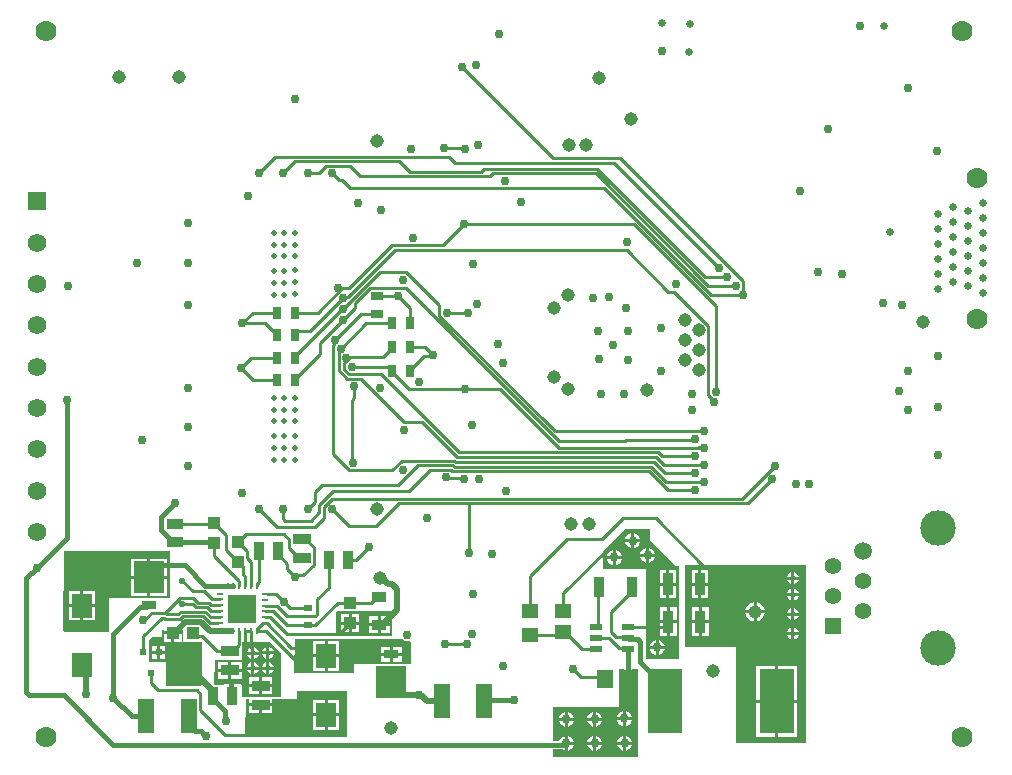
<source format=gbl>
G04*
G04 #@! TF.GenerationSoftware,Altium Limited,Altium Designer,22.0.2 (36)*
G04*
G04 Layer_Physical_Order=4*
G04 Layer_Color=16711680*
%FSLAX24Y24*%
%MOIN*%
G70*
G04*
G04 #@! TF.SameCoordinates,DE06566D-9B10-4468-8ADE-4E205E6E5B4C*
G04*
G04*
G04 #@! TF.FilePolarity,Positive*
G04*
G01*
G75*
%ADD13C,0.0100*%
%ADD14C,0.0150*%
%ADD24R,0.0394X0.0315*%
%ADD36R,0.0576X0.0494*%
%ADD38R,0.0354X0.0748*%
%ADD42R,0.0554X0.0615*%
%ADD43R,0.0374X0.0669*%
%ADD44R,0.0433X0.0236*%
%ADD63C,0.0700*%
%ADD64C,0.0200*%
%ADD65C,0.0260*%
%ADD66C,0.1181*%
%ADD67C,0.0591*%
%ADD68C,0.0551*%
%ADD69R,0.0551X0.0551*%
%ADD70C,0.0617*%
%ADD71R,0.0617X0.0617*%
%ADD72C,0.0300*%
%ADD73C,0.0450*%
%ADD74C,0.0220*%
%ADD90C,0.0200*%
%ADD93R,0.0315X0.0394*%
%ADD94R,0.0551X0.1142*%
%ADD95R,0.0500X0.0300*%
%ADD96R,0.1000X0.1051*%
%ADD97R,0.0236X0.0236*%
%ADD98R,0.0669X0.0787*%
%ADD99R,0.0315X0.0197*%
%ADD100R,0.0098X0.0236*%
%ADD101R,0.0236X0.0098*%
%ADD102R,0.0965X0.0965*%
%ADD103R,0.0374X0.0591*%
%ADD104R,0.0591X0.0374*%
%ADD105R,0.0394X0.0394*%
%ADD106R,0.0394X0.0394*%
%ADD107R,0.0531X0.0374*%
%ADD108R,0.0512X0.0354*%
%ADD109R,0.1181X0.2165*%
%ADD110R,0.0536X0.0455*%
G36*
X19735Y13331D02*
X19745Y13331D01*
X20355D01*
Y11903D01*
X20332Y11863D01*
X19162D01*
Y12654D01*
X19165Y12657D01*
X19165Y12657D01*
X18603D01*
Y13373D01*
X18712Y13482D01*
X19026D01*
Y13706D01*
X19091D01*
Y13678D01*
X19388D01*
X19685D01*
Y13706D01*
X19735D01*
Y13331D01*
D02*
G37*
G36*
X19298Y14790D02*
X17255D01*
Y13662D01*
X17251Y13657D01*
X15773D01*
X15738Y13693D01*
X15763Y16348D01*
X19298Y16348D01*
Y14790D01*
D02*
G37*
G36*
X26693Y14343D02*
Y13526D01*
X26683Y13522D01*
X24825D01*
Y14311D01*
X24860Y14347D01*
X26693Y14343D01*
D02*
G37*
G36*
X34445Y17072D02*
X35288D01*
Y16712D01*
X36165Y15835D01*
X36250D01*
X36250Y12766D01*
X35150D01*
Y15752D01*
X33728Y15755D01*
Y16365D01*
X34440Y17078D01*
X34445Y17072D01*
D02*
G37*
G36*
X27081Y13368D02*
X27154Y13337D01*
X27234D01*
X27275Y13354D01*
X27325Y13321D01*
Y12600D01*
X25435D01*
Y12281D01*
X23468D01*
X23433Y12317D01*
X23451Y13406D01*
X27043Y13406D01*
X27081Y13368D01*
D02*
G37*
G36*
X34900Y9500D02*
X32050D01*
Y9767D01*
X32329D01*
X32358Y9738D01*
X32450Y9700D01*
Y9950D01*
Y10200D01*
X32358Y10162D01*
X32288Y10092D01*
X32259Y10022D01*
X32050D01*
Y11150D01*
X34248D01*
Y12408D01*
X34423D01*
Y12139D01*
X34406Y12114D01*
X34398Y12075D01*
X34406Y12036D01*
X34428Y12003D01*
X34461Y11981D01*
X34500Y11973D01*
X34539Y11981D01*
X34570Y12002D01*
X34599Y12007D01*
X34640Y12035D01*
X34668Y12076D01*
X34677Y12125D01*
Y12408D01*
X34900D01*
Y9500D01*
D02*
G37*
G36*
X22975Y12956D02*
Y11491D01*
X21700D01*
Y11891D01*
X21654D01*
Y11909D01*
X21080D01*
Y11891D01*
X20804D01*
X20769Y11926D01*
X20778Y12719D01*
X21700D01*
Y13202D01*
X21703Y13217D01*
Y13311D01*
X22620D01*
X22975Y12956D01*
D02*
G37*
G36*
X25194Y10155D02*
X25191Y10148D01*
X21838D01*
X21803Y10184D01*
X21816Y11413D01*
X21911D01*
Y11277D01*
X22702D01*
Y11413D01*
X23512D01*
Y11623D01*
X23518Y11670D01*
X25194D01*
Y10155D01*
D02*
G37*
G36*
X40500Y9943D02*
X38150D01*
Y13150D01*
X36450D01*
Y15900D01*
X40500D01*
Y9943D01*
D02*
G37*
%LPC*%
G36*
X19685Y13578D02*
X19438D01*
Y13331D01*
X19685D01*
Y13578D01*
D02*
G37*
G36*
X19338D02*
X19091D01*
Y13331D01*
X19338D01*
Y13578D01*
D02*
G37*
G36*
X19131Y13188D02*
X18963D01*
Y13020D01*
X19131D01*
Y13188D01*
D02*
G37*
G36*
X18863D02*
X18695D01*
Y13020D01*
X18863D01*
Y13188D01*
D02*
G37*
G36*
X19131Y12920D02*
X18963D01*
Y12752D01*
X19131D01*
Y12920D01*
D02*
G37*
G36*
X18863D02*
X18695D01*
Y12752D01*
X18863D01*
Y12920D01*
D02*
G37*
G36*
X19179Y16097D02*
X18629D01*
Y15521D01*
X19179D01*
Y16097D01*
D02*
G37*
G36*
X18529D02*
X17979D01*
Y15521D01*
X18529D01*
Y16097D01*
D02*
G37*
G36*
X19179Y15421D02*
X18629D01*
Y14846D01*
X19179D01*
Y15421D01*
D02*
G37*
G36*
X18529D02*
X17979D01*
Y14846D01*
X18529D01*
Y15421D01*
D02*
G37*
G36*
X16785Y15028D02*
X16400D01*
Y14584D01*
X16785D01*
Y15028D01*
D02*
G37*
G36*
X16300D02*
X15915D01*
Y14584D01*
X16300D01*
Y15028D01*
D02*
G37*
G36*
X16785Y14484D02*
X16400D01*
Y14041D01*
X16785D01*
Y14484D01*
D02*
G37*
G36*
X16300D02*
X15915D01*
Y14041D01*
X16300D01*
Y14484D01*
D02*
G37*
G36*
X25593Y14238D02*
X25346D01*
Y13991D01*
X25593D01*
Y14238D01*
D02*
G37*
G36*
X25246D02*
X24999D01*
Y13991D01*
X25246D01*
Y14238D01*
D02*
G37*
G36*
X26627Y14177D02*
X26321D01*
Y13949D01*
X26627D01*
Y14177D01*
D02*
G37*
G36*
X26221D02*
X25915D01*
Y13949D01*
X26221D01*
Y14177D01*
D02*
G37*
G36*
X25593Y13891D02*
X25346D01*
Y13644D01*
X25593D01*
Y13891D01*
D02*
G37*
G36*
X25246D02*
X24999D01*
Y13644D01*
X25246D01*
Y13891D01*
D02*
G37*
G36*
X26627Y13849D02*
X26321D01*
Y13622D01*
X26627D01*
Y13849D01*
D02*
G37*
G36*
X26221D02*
X25915D01*
Y13622D01*
X26221D01*
Y13849D01*
D02*
G37*
G36*
X34764Y16944D02*
Y16744D01*
X34964D01*
X34926Y16836D01*
X34856Y16906D01*
X34764Y16944D01*
D02*
G37*
G36*
X34664D02*
X34572Y16906D01*
X34502Y16836D01*
X34464Y16744D01*
X34664D01*
Y16944D01*
D02*
G37*
G36*
X34964Y16644D02*
X34764D01*
Y16444D01*
X34856Y16482D01*
X34926Y16553D01*
X34964Y16644D01*
D02*
G37*
G36*
X34664D02*
X34464D01*
X34502Y16553D01*
X34572Y16482D01*
X34664Y16444D01*
Y16644D01*
D02*
G37*
G36*
X35256Y16468D02*
Y16268D01*
X35456D01*
X35418Y16360D01*
X35347Y16430D01*
X35256Y16468D01*
D02*
G37*
G36*
X35156D02*
X35064Y16430D01*
X34994Y16360D01*
X34956Y16268D01*
X35156D01*
Y16468D01*
D02*
G37*
G36*
X34154Y16390D02*
Y16190D01*
X34354D01*
X34316Y16282D01*
X34246Y16352D01*
X34154Y16390D01*
D02*
G37*
G36*
X34054D02*
X33962Y16352D01*
X33892Y16282D01*
X33854Y16190D01*
X34054D01*
Y16390D01*
D02*
G37*
G36*
X35456Y16168D02*
X35256D01*
Y15968D01*
X35347Y16006D01*
X35418Y16077D01*
X35456Y16168D01*
D02*
G37*
G36*
X35156D02*
X34956D01*
X34994Y16077D01*
X35064Y16006D01*
X35156Y15968D01*
Y16168D01*
D02*
G37*
G36*
X34354Y16090D02*
X34154D01*
Y15891D01*
X34246Y15928D01*
X34316Y15999D01*
X34354Y16090D01*
D02*
G37*
G36*
X34054D02*
X33854D01*
X33892Y15999D01*
X33962Y15928D01*
X34054Y15891D01*
Y16090D01*
D02*
G37*
G36*
X36164Y15724D02*
X35937D01*
Y15300D01*
X36164D01*
Y15724D01*
D02*
G37*
G36*
X35837D02*
X35610D01*
Y15300D01*
X35837D01*
Y15724D01*
D02*
G37*
G36*
X36164Y15200D02*
X35937D01*
Y14776D01*
X36164D01*
Y15200D01*
D02*
G37*
G36*
X35837D02*
X35610D01*
Y14776D01*
X35837D01*
Y15200D01*
D02*
G37*
G36*
X36177Y14474D02*
X35950D01*
Y14050D01*
X36177D01*
Y14474D01*
D02*
G37*
G36*
X35850D02*
X35623D01*
Y14050D01*
X35850D01*
Y14474D01*
D02*
G37*
G36*
X36177Y13950D02*
X35950D01*
Y13526D01*
X36177D01*
Y13950D01*
D02*
G37*
G36*
X35850D02*
X35623D01*
Y13526D01*
X35850D01*
Y13950D01*
D02*
G37*
G36*
X35574Y13390D02*
Y13190D01*
X35774D01*
X35736Y13281D01*
X35666Y13352D01*
X35574Y13390D01*
D02*
G37*
G36*
X35474D02*
X35383Y13352D01*
X35312Y13281D01*
X35274Y13190D01*
X35474D01*
Y13390D01*
D02*
G37*
G36*
X35774Y13090D02*
X35574D01*
Y12890D01*
X35666Y12928D01*
X35736Y12998D01*
X35774Y13090D01*
D02*
G37*
G36*
X35474D02*
X35274D01*
X35312Y12998D01*
X35383Y12928D01*
X35474Y12890D01*
Y13090D01*
D02*
G37*
G36*
X27010Y13162D02*
X26710D01*
Y12962D01*
X27010D01*
Y13162D01*
D02*
G37*
G36*
X26610D02*
X26310D01*
Y12962D01*
X26610D01*
Y13162D01*
D02*
G37*
G36*
X24929Y13347D02*
X24545D01*
Y12904D01*
X24929D01*
Y13347D01*
D02*
G37*
G36*
X24445D02*
X24060D01*
Y12904D01*
X24445D01*
Y13347D01*
D02*
G37*
G36*
X27010Y12862D02*
X26710D01*
Y12662D01*
X27010D01*
Y12862D01*
D02*
G37*
G36*
X26610D02*
X26310D01*
Y12662D01*
X26610D01*
Y12862D01*
D02*
G37*
G36*
X24929Y12804D02*
X24545D01*
Y12360D01*
X24929D01*
Y12804D01*
D02*
G37*
G36*
X24445D02*
X24060D01*
Y12360D01*
X24445D01*
Y12804D01*
D02*
G37*
G36*
X34487Y11024D02*
Y10825D01*
X34687D01*
X34649Y10916D01*
X34579Y10986D01*
X34487Y11024D01*
D02*
G37*
G36*
X34387D02*
X34295Y10986D01*
X34225Y10916D01*
X34187Y10825D01*
X34387D01*
Y11024D01*
D02*
G37*
G36*
X33500Y11000D02*
Y10800D01*
X33700D01*
X33662Y10892D01*
X33592Y10962D01*
X33500Y11000D01*
D02*
G37*
G36*
X33400D02*
X33308Y10962D01*
X33238Y10892D01*
X33200Y10800D01*
X33400D01*
Y11000D01*
D02*
G37*
G36*
X32550D02*
Y10800D01*
X32750D01*
X32712Y10892D01*
X32642Y10962D01*
X32550Y11000D01*
D02*
G37*
G36*
X32450D02*
X32358Y10962D01*
X32288Y10892D01*
X32250Y10800D01*
X32450D01*
Y11000D01*
D02*
G37*
G36*
X34687Y10725D02*
X34487D01*
Y10525D01*
X34579Y10563D01*
X34649Y10633D01*
X34687Y10725D01*
D02*
G37*
G36*
X34387D02*
X34187D01*
X34225Y10633D01*
X34295Y10563D01*
X34387Y10525D01*
Y10725D01*
D02*
G37*
G36*
X33700Y10700D02*
X33500D01*
Y10500D01*
X33592Y10538D01*
X33662Y10608D01*
X33700Y10700D01*
D02*
G37*
G36*
X33400D02*
X33200D01*
X33238Y10608D01*
X33308Y10538D01*
X33400Y10500D01*
Y10700D01*
D02*
G37*
G36*
X32750D02*
X32550D01*
Y10500D01*
X32642Y10538D01*
X32712Y10608D01*
X32750Y10700D01*
D02*
G37*
G36*
X32450D02*
X32250D01*
X32288Y10608D01*
X32358Y10538D01*
X32450Y10500D01*
Y10700D01*
D02*
G37*
G36*
X34500Y10200D02*
Y10000D01*
X34700D01*
X34662Y10092D01*
X34592Y10162D01*
X34500Y10200D01*
D02*
G37*
G36*
X34400D02*
X34308Y10162D01*
X34238Y10092D01*
X34200Y10000D01*
X34400D01*
Y10200D01*
D02*
G37*
G36*
X33500D02*
Y10000D01*
X33700D01*
X33662Y10092D01*
X33592Y10162D01*
X33500Y10200D01*
D02*
G37*
G36*
X33400D02*
X33308Y10162D01*
X33238Y10092D01*
X33200Y10000D01*
X33400D01*
Y10200D01*
D02*
G37*
G36*
X32550D02*
Y10000D01*
X32750D01*
X32712Y10092D01*
X32642Y10162D01*
X32550Y10200D01*
D02*
G37*
G36*
X34700Y9900D02*
X34500D01*
Y9700D01*
X34592Y9738D01*
X34662Y9808D01*
X34700Y9900D01*
D02*
G37*
G36*
X34400D02*
X34200D01*
X34238Y9808D01*
X34308Y9738D01*
X34400Y9700D01*
Y9900D01*
D02*
G37*
G36*
X33700D02*
X33500D01*
Y9700D01*
X33592Y9738D01*
X33662Y9808D01*
X33700Y9900D01*
D02*
G37*
G36*
X33400D02*
X33200D01*
X33238Y9808D01*
X33308Y9738D01*
X33400Y9700D01*
Y9900D01*
D02*
G37*
G36*
X32750D02*
X32550D01*
Y9700D01*
X32642Y9738D01*
X32712Y9808D01*
X32750Y9900D01*
D02*
G37*
G36*
X22605Y13152D02*
Y13007D01*
X22751D01*
X22725Y13070D01*
X22669Y13126D01*
X22605Y13152D01*
D02*
G37*
G36*
X22505D02*
X22442Y13126D01*
X22386Y13070D01*
X22360Y13007D01*
X22505D01*
Y13152D01*
D02*
G37*
G36*
X22100Y13146D02*
Y13000D01*
X22246D01*
X22220Y13063D01*
X22163Y13120D01*
X22100Y13146D01*
D02*
G37*
G36*
X22000D02*
X21937Y13120D01*
X21880Y13063D01*
X21854Y13000D01*
X22000D01*
Y13146D01*
D02*
G37*
G36*
X22751Y12907D02*
X22605D01*
Y12761D01*
X22669Y12787D01*
X22725Y12843D01*
X22751Y12907D01*
D02*
G37*
G36*
X22505D02*
X22360D01*
X22386Y12843D01*
X22442Y12787D01*
X22505Y12761D01*
Y12907D01*
D02*
G37*
G36*
X22246Y12900D02*
X22100D01*
Y12754D01*
X22163Y12780D01*
X22220Y12837D01*
X22246Y12900D01*
D02*
G37*
G36*
X22000D02*
X21854D01*
X21880Y12837D01*
X21937Y12780D01*
X22000Y12754D01*
Y12900D01*
D02*
G37*
G36*
X22600Y12646D02*
Y12500D01*
X22746D01*
X22720Y12563D01*
X22663Y12620D01*
X22600Y12646D01*
D02*
G37*
G36*
X22500D02*
X22437Y12620D01*
X22380Y12563D01*
X22354Y12500D01*
X22500D01*
Y12646D01*
D02*
G37*
G36*
X22100D02*
Y12500D01*
X22246D01*
X22220Y12563D01*
X22163Y12620D01*
X22100Y12646D01*
D02*
G37*
G36*
X22000D02*
X21937Y12620D01*
X21882Y12565D01*
X21880Y12563D01*
X21854Y12500D01*
X22000D01*
Y12646D01*
D02*
G37*
G36*
X21676Y12662D02*
X21331D01*
Y12425D01*
X21676D01*
Y12662D01*
D02*
G37*
G36*
X21231D02*
X20886D01*
Y12425D01*
X21231D01*
Y12662D01*
D02*
G37*
G36*
X22746Y12400D02*
X22600D01*
Y12254D01*
X22663Y12280D01*
X22720Y12337D01*
X22746Y12400D01*
D02*
G37*
G36*
X22500D02*
X22354D01*
X22380Y12337D01*
X22437Y12280D01*
X22500Y12254D01*
Y12400D01*
D02*
G37*
G36*
X22246D02*
X22100D01*
Y12254D01*
X22163Y12280D01*
X22220Y12337D01*
X22246Y12400D01*
D02*
G37*
G36*
X22000D02*
X21854D01*
X21880Y12337D01*
X21937Y12280D01*
X22000Y12254D01*
Y12400D01*
D02*
G37*
G36*
X21676Y12325D02*
X21331D01*
Y12088D01*
X21676D01*
Y12325D01*
D02*
G37*
G36*
X21231D02*
X20886D01*
Y12088D01*
X21231D01*
Y12325D01*
D02*
G37*
G36*
X22702Y12144D02*
X22356D01*
Y11907D01*
X22702D01*
Y12144D01*
D02*
G37*
G36*
X22256D02*
X21911D01*
Y11907D01*
X22256D01*
Y12144D01*
D02*
G37*
G36*
X22702Y11807D02*
X22356D01*
Y11570D01*
X22702D01*
Y11807D01*
D02*
G37*
G36*
X22256D02*
X21911D01*
Y11570D01*
X22256D01*
Y11807D01*
D02*
G37*
G36*
X22702Y11177D02*
X22356D01*
Y10940D01*
X22702D01*
Y11177D01*
D02*
G37*
G36*
X22256D02*
X21911D01*
Y10940D01*
X22256D01*
Y11177D01*
D02*
G37*
G36*
X24929Y11379D02*
X24545D01*
Y10935D01*
X24929D01*
Y11379D01*
D02*
G37*
G36*
X24445D02*
X24060D01*
Y10935D01*
X24445D01*
Y11379D01*
D02*
G37*
G36*
X24929Y10835D02*
X24545D01*
Y10391D01*
X24929D01*
Y10835D01*
D02*
G37*
G36*
X24445D02*
X24060D01*
Y10391D01*
X24445D01*
Y10835D01*
D02*
G37*
G36*
X40100Y15646D02*
Y15500D01*
X40246D01*
X40220Y15563D01*
X40163Y15620D01*
X40100Y15646D01*
D02*
G37*
G36*
X40000D02*
X39937Y15620D01*
X39880Y15563D01*
X39854Y15500D01*
X40000D01*
Y15646D01*
D02*
G37*
G36*
X37227Y15724D02*
X37000D01*
Y15300D01*
X37227D01*
Y15724D01*
D02*
G37*
G36*
X36900D02*
X36673D01*
Y15300D01*
X36900D01*
Y15724D01*
D02*
G37*
G36*
X40246Y15400D02*
X40100D01*
Y15254D01*
X40163Y15280D01*
X40220Y15337D01*
X40246Y15400D01*
D02*
G37*
G36*
X40000D02*
X39854D01*
X39880Y15337D01*
X39937Y15280D01*
X40000Y15254D01*
Y15400D01*
D02*
G37*
G36*
X40100Y15096D02*
Y14950D01*
X40246D01*
X40220Y15013D01*
X40163Y15070D01*
X40100Y15096D01*
D02*
G37*
G36*
X40000D02*
X39937Y15070D01*
X39880Y15013D01*
X39854Y14950D01*
X40000D01*
Y15096D01*
D02*
G37*
G36*
X37227Y15200D02*
X37000D01*
Y14776D01*
X37227D01*
Y15200D01*
D02*
G37*
G36*
X36900D02*
X36673D01*
Y14776D01*
X36900D01*
Y15200D01*
D02*
G37*
G36*
X40246Y14850D02*
X40100D01*
Y14704D01*
X40163Y14730D01*
X40220Y14787D01*
X40246Y14850D01*
D02*
G37*
G36*
X40000D02*
X39854D01*
X39880Y14787D01*
X39937Y14730D01*
X40000Y14704D01*
Y14850D01*
D02*
G37*
G36*
X38842Y14653D02*
Y14380D01*
X39115D01*
X39095Y14455D01*
X39052Y14529D01*
X38991Y14590D01*
X38917Y14632D01*
X38842Y14653D01*
D02*
G37*
G36*
X38742D02*
X38666Y14632D01*
X38592Y14590D01*
X38532Y14529D01*
X38489Y14455D01*
X38469Y14380D01*
X38742D01*
Y14653D01*
D02*
G37*
G36*
X40100Y14446D02*
Y14300D01*
X40246D01*
X40220Y14363D01*
X40163Y14420D01*
X40100Y14446D01*
D02*
G37*
G36*
X40000D02*
X39937Y14420D01*
X39880Y14363D01*
X39854Y14300D01*
X40000D01*
Y14446D01*
D02*
G37*
G36*
X40246Y14200D02*
X40100D01*
Y14054D01*
X40163Y14080D01*
X40220Y14137D01*
X40246Y14200D01*
D02*
G37*
G36*
X40000D02*
X39854D01*
X39880Y14137D01*
X39937Y14080D01*
X40000Y14054D01*
Y14200D01*
D02*
G37*
G36*
X37240Y14474D02*
X37013D01*
Y14050D01*
X37240D01*
Y14474D01*
D02*
G37*
G36*
X36913D02*
X36686D01*
Y14050D01*
X36913D01*
Y14474D01*
D02*
G37*
G36*
X39115Y14280D02*
X38842D01*
Y14006D01*
X38917Y14027D01*
X38991Y14069D01*
X39052Y14130D01*
X39095Y14204D01*
X39115Y14280D01*
D02*
G37*
G36*
X38742D02*
X38469D01*
X38489Y14204D01*
X38532Y14130D01*
X38592Y14069D01*
X38666Y14027D01*
X38742Y14006D01*
Y14280D01*
D02*
G37*
G36*
X40100Y13796D02*
Y13650D01*
X40246D01*
X40220Y13713D01*
X40163Y13770D01*
X40100Y13796D01*
D02*
G37*
G36*
X40000D02*
X39937Y13770D01*
X39880Y13713D01*
X39854Y13650D01*
X40000D01*
Y13796D01*
D02*
G37*
G36*
X37240Y13950D02*
X37013D01*
Y13526D01*
X37240D01*
Y13950D01*
D02*
G37*
G36*
X36913D02*
X36686D01*
Y13526D01*
X36913D01*
Y13950D01*
D02*
G37*
G36*
X40246Y13550D02*
X40100D01*
Y13404D01*
X40163Y13430D01*
X40220Y13487D01*
X40246Y13550D01*
D02*
G37*
G36*
X40000D02*
X39854D01*
X39880Y13487D01*
X39937Y13430D01*
X40000Y13404D01*
Y13550D01*
D02*
G37*
G36*
X40205Y12522D02*
X39564D01*
Y11389D01*
X40205D01*
Y12522D01*
D02*
G37*
G36*
X39464D02*
X38824D01*
Y11389D01*
X39464D01*
Y12522D01*
D02*
G37*
G36*
X40205Y11289D02*
X39564D01*
Y10157D01*
X40205D01*
Y11289D01*
D02*
G37*
G36*
X39464D02*
X38824D01*
Y10157D01*
X39464D01*
Y11289D01*
D02*
G37*
%LPD*%
D13*
X29076Y18788D02*
X29102Y18761D01*
X28511Y18788D02*
X29076D01*
X28484Y18814D02*
X28511Y18788D01*
X20301Y11049D02*
Y11585D01*
Y11049D02*
X21132Y10218D01*
X21996D01*
X22212Y10434D01*
X32650Y17246D02*
Y17250D01*
X34508Y26389D02*
X35896Y25000D01*
X26801Y26389D02*
X34508D01*
X35896Y25000D02*
X36086D01*
X37234Y21541D02*
Y23852D01*
X36086Y25000D02*
X37234Y23852D01*
X37414Y21320D02*
Y21361D01*
X37234Y21541D02*
X37414Y21361D01*
X45876Y26696D02*
X45896Y26716D01*
X20751Y16199D02*
Y16625D01*
Y16199D02*
X21600Y15350D01*
Y15181D02*
Y15350D01*
Y15181D02*
X21601Y15181D01*
X25494Y16067D02*
X25914Y16487D01*
X26162Y17200D02*
X26912Y17950D01*
X29250D01*
X25250Y17200D02*
X26162D01*
X19124Y14087D02*
X19628D01*
X19186Y14237D02*
X19565D01*
X19128Y14296D02*
X19186Y14237D01*
X19705Y14577D02*
X20057D01*
X20523Y14475D02*
X20656Y14342D01*
X20625Y13948D02*
X20882D01*
X20399Y14175D02*
X20625Y13948D01*
X20057Y14577D02*
X20159Y14475D01*
X20656Y14342D02*
X20950D01*
X20686Y14736D02*
X20950D01*
X20417Y15006D02*
X20686Y14736D01*
X20461Y14325D02*
X20641Y14145D01*
X20950D01*
X19007Y14121D02*
X19090D01*
X19653Y14325D02*
X20461D01*
X19715Y14175D02*
X20399D01*
X19692Y15366D02*
X20053Y15006D01*
X19090Y14121D02*
X19124Y14087D01*
X20671Y14539D02*
X20950D01*
X20053Y15006D02*
X20417D01*
X19628Y14087D02*
X19715Y14175D01*
X19565Y14237D02*
X19653Y14325D01*
X20059Y14787D02*
X20221Y14625D01*
X20585D01*
X20671Y14539D01*
X20159Y14475D02*
X20523D01*
X18379Y14042D02*
X18437D01*
X18691Y14296D02*
X19128D01*
X18401Y13516D02*
X19007Y14121D01*
X18437Y14042D02*
X18691Y14296D01*
X19128D02*
X19618Y14787D01*
X20163Y13523D02*
X20345D01*
X20863Y13005D01*
X21389D01*
X20057Y13628D02*
X20163Y13523D01*
X18401Y12970D02*
Y13516D01*
X18657Y11948D02*
Y12300D01*
X18896Y11709D02*
X20177D01*
X18657Y11948D02*
X18896Y11709D01*
X20177D02*
X20301Y11585D01*
X21331Y11549D02*
X21367Y11514D01*
X19618Y14787D02*
X20059D01*
X29766Y11348D02*
X29810Y11393D01*
X21995Y13107D02*
Y13685D01*
X21798Y13306D02*
X21901Y13202D01*
X21798Y13306D02*
Y13685D01*
X21995D01*
X22192Y13685D02*
Y13756D01*
X22192Y13685D02*
X22192Y13685D01*
X22379Y13942D02*
X22446D01*
X22192Y13756D02*
X22379Y13942D01*
X22482Y13685D02*
X23518Y12648D01*
X22192Y13685D02*
X22482D01*
X23331Y13124D02*
X23649D01*
X22513Y13942D02*
X23331Y13124D01*
X22446Y13942D02*
X22513D01*
X21601Y13217D02*
Y13685D01*
X21389Y13005D02*
X21601Y13217D01*
X25214Y16067D02*
X25494D01*
X25296Y14611D02*
X25998D01*
X26192Y14805D01*
X26271D01*
X24929Y13574D02*
X25296Y13941D01*
X23886Y13874D02*
X23886Y13874D01*
X24136D01*
X24873Y14611D01*
X25296D01*
X24199Y14258D02*
Y14749D01*
X24140Y14199D02*
X24199Y14258D01*
X23186Y14199D02*
X24140D01*
X24199Y14749D02*
X24584Y15134D01*
X22714Y14336D02*
X23176Y13874D01*
X22446Y14336D02*
X22714D01*
X22446Y14533D02*
X22853D01*
X23186Y14199D01*
X24584Y15134D02*
Y16067D01*
X23186Y13574D02*
X24929D01*
X22622Y14138D02*
X23186Y13574D01*
X22446Y14139D02*
X22447Y14138D01*
X22622D01*
X23176Y13874D02*
X23886D01*
X23073Y14666D02*
X23095D01*
X23296Y14464D02*
X23886D01*
X23095Y14666D02*
X23296Y14464D01*
X22514Y14926D02*
X22813D01*
X23073Y14666D01*
X22882Y16246D02*
X23202Y15926D01*
Y15748D02*
Y15926D01*
Y15748D02*
X23450Y15500D01*
X22882Y16246D02*
Y16354D01*
X23718Y15538D02*
X24077Y15898D01*
X23488Y15538D02*
X23718D01*
X23450Y15500D02*
X23488Y15538D01*
X24077Y15898D02*
Y16469D01*
X23790Y16756D02*
X24077Y16469D01*
X23682Y16756D02*
X23790D01*
X22252Y15309D02*
Y16354D01*
X22192Y15248D02*
X22252Y15309D01*
X22192Y15181D02*
Y15248D01*
X23259Y16442D02*
X23574Y16126D01*
X23682D01*
X23259Y16442D02*
Y16730D01*
X23080Y16908D02*
X23259Y16730D01*
X21816Y16908D02*
X23080D01*
X21563Y16655D02*
X21816Y16908D01*
X21860Y16123D02*
Y16358D01*
X21995Y15181D02*
Y15988D01*
X21860Y16123D02*
X21995Y15988D01*
X21563Y16655D02*
X21860Y16358D01*
X21710Y15588D02*
Y15838D01*
X21563Y15985D02*
X21710Y15838D01*
Y15588D02*
X21798Y15500D01*
Y15181D02*
Y15500D01*
X21157Y16391D02*
X21563Y15985D01*
X21157Y16391D02*
Y16889D01*
X20751Y17295D02*
X21157Y16889D01*
X19463Y17254D02*
X20711D01*
X20751Y17295D01*
X32989Y12150D02*
X33725D01*
X32732Y12408D02*
X32989Y12150D01*
X34500Y12075D02*
X34525Y12100D01*
X33725Y12150D02*
X33775Y12100D01*
X32400Y14937D02*
X33817Y16354D01*
X32400Y14345D02*
Y14937D01*
X34386Y17438D02*
X35492D01*
X37102Y15828D01*
X33705Y16757D02*
X34386Y17438D01*
X32524Y16757D02*
X33705D01*
X31300Y15533D02*
X32524Y16757D01*
X31300Y14357D02*
Y15533D01*
X35773Y13824D02*
X35900Y13951D01*
X34550Y13824D02*
X35773D01*
X35900Y13951D02*
Y14000D01*
X22250Y17750D02*
X22850Y17150D01*
X24123D02*
X24420Y17447D01*
X22850Y17150D02*
X24123D01*
X24125Y17992D02*
Y18333D01*
X23883Y17750D02*
X24125Y17992D01*
X24700Y17750D02*
X25250Y17200D01*
X24420Y17447D02*
Y17824D01*
X23067Y17422D02*
X23125Y17363D01*
X37080Y18696D02*
X37104Y18720D01*
X23067Y17422D02*
Y17750D01*
X23125Y17363D02*
X23990D01*
X24270Y17644D01*
Y17886D01*
X34525Y12100D02*
X34550Y12125D01*
X25415Y21465D02*
Y21850D01*
X25350Y21400D02*
X25415Y21465D01*
X25350Y19322D02*
Y21400D01*
Y19322D02*
X25372Y19300D01*
X29250Y17950D02*
X38558D01*
X39349Y18741D01*
X38348Y18100D02*
X39440Y19193D01*
X24696Y18100D02*
X38348D01*
X35872Y18382D02*
X36820D01*
X24420Y17824D02*
X24696Y18100D01*
X27964Y19064D02*
X28646D01*
X27250Y18350D02*
X27964Y19064D01*
X24270Y17886D02*
X24734Y18350D01*
X27250D01*
X24342Y18550D02*
X26904D01*
X24125Y18333D02*
X24342Y18550D01*
X26904D02*
X27568Y19214D01*
X35824Y18663D02*
X37104D01*
X35796Y18946D02*
X36781D01*
X37104Y19259D02*
X37150D01*
X35486Y19494D02*
X35755Y19226D01*
X37104D01*
X35684Y19509D02*
X36828D01*
X37042Y19813D02*
X37080Y19851D01*
X35610Y19794D02*
X35621Y19783D01*
X34487Y20054D02*
X36761D01*
X35621Y19783D02*
X36885D01*
X36914Y19813D02*
X37042D01*
X36885Y19783D02*
X36914Y19813D01*
X32110Y20351D02*
X37104D01*
X32242Y19794D02*
X35610D01*
X28265Y24196D02*
X32110Y20351D01*
X37485Y21662D02*
Y24515D01*
X34750Y27250D02*
X37485Y24515D01*
X29770Y29100D02*
X33536D01*
X37136Y25500D01*
X33474Y28950D02*
X37224Y25200D01*
X38150D01*
X37312Y24900D02*
X38400D01*
X33762Y28450D02*
X37312Y24900D01*
X30055Y28950D02*
X33474D01*
X25300Y28450D02*
X33762D01*
X29100Y27250D02*
X34750D01*
X37136Y25500D02*
X37850D01*
X34442Y20009D02*
X34487Y20054D01*
X32240Y20009D02*
X34442D01*
X27146Y25103D02*
X32240Y20009D01*
X26309Y22250D02*
X28915Y19644D01*
X27697Y20650D02*
X28852Y19494D01*
X28915Y19644D02*
X35548D01*
X28852Y19494D02*
X35486D01*
X25100Y22604D02*
X25300Y22803D01*
X30287Y21750D02*
X32242Y19794D01*
X35548Y19644D02*
X35684Y19509D01*
X27568Y19214D02*
X28708D01*
X28646Y19064D02*
X28699Y19011D01*
X27011Y19364D02*
X28771D01*
X35326Y19161D02*
X35824Y18663D01*
X28761Y19161D02*
X35326D01*
X28699Y19011D02*
X35242D01*
X28823Y19311D02*
X35431D01*
X35242Y19011D02*
X35872Y18382D01*
X26696Y19050D02*
X27011Y19364D01*
X28771D02*
X28823Y19311D01*
X28708Y19214D02*
X28761Y19161D01*
X35431Y19311D02*
X35796Y18946D01*
X26280Y25650D02*
X27154D01*
X28265Y24539D01*
Y24196D02*
Y24539D01*
X25055Y24426D02*
X26280Y25650D01*
X25453Y24603D02*
X25953Y25103D01*
X27146D01*
X26200Y24845D02*
X26205Y24850D01*
X26900D01*
X26682Y26539D02*
X28389D01*
X24903Y25128D02*
X25003D01*
X25270D01*
X26682Y26539D01*
X24222Y24300D02*
X25003Y25081D01*
X25226Y24814D02*
X26801Y26389D01*
X25052Y24776D02*
X25090Y24814D01*
X25226D01*
X28389Y26539D02*
X29100Y27250D01*
X27265Y21750D02*
X29111D01*
X30287D01*
X26705Y22311D02*
X27265Y21750D01*
X38400Y24900D02*
Y25354D01*
X34304Y29450D02*
X38400Y25354D01*
X32057Y29450D02*
X34304D01*
X29018Y32489D02*
X32057Y29450D01*
X22800Y29500D02*
X28577D01*
X28777Y29300D01*
X22250Y28950D02*
X22800Y29500D01*
X28438Y29772D02*
X29118D01*
X28426Y29785D02*
X28438Y29772D01*
X29118D02*
X29131Y29760D01*
X28515Y24300D02*
X29237D01*
X34100Y29300D02*
X37600Y25800D01*
X28777Y29300D02*
X34100D01*
X29953Y28847D02*
X30055Y28950D01*
X29668Y28997D02*
X29770Y29100D01*
X24700Y28950D02*
X24933Y28717D01*
X25033D01*
X25633Y28867D02*
X27205D01*
X23883Y28950D02*
X24246D01*
X25300Y29200D02*
X25633Y28867D01*
X26935Y29350D02*
X27287Y28997D01*
X24246Y28950D02*
X24495Y29200D01*
X25300D01*
X23067Y28950D02*
X23467Y29350D01*
X26935D01*
X25033Y28717D02*
X25300Y28450D01*
X24700Y17750D02*
X24700D01*
X27205Y28867D02*
X27225Y28847D01*
X29953D01*
X27287Y28997D02*
X29668D01*
X25268Y19050D02*
X26696D01*
X29250Y16300D02*
Y17950D01*
X24722Y19596D02*
X25268Y19050D01*
X24745Y23225D02*
Y23359D01*
X24722Y23202D02*
X24745Y23225D01*
X24722Y19596D02*
Y23202D01*
X24745Y23359D02*
X24783Y23397D01*
X23445Y22089D02*
X24277Y22921D01*
Y23277D01*
X25050Y24050D01*
X25646Y22100D02*
X27096Y20650D01*
X27697D01*
X24911Y22373D02*
Y22903D01*
Y22373D02*
X25184Y22100D01*
X25646D01*
X24911Y22903D02*
X24934Y22926D01*
Y23060D02*
X24972Y23098D01*
X24934Y22926D02*
Y23060D01*
X25100Y22396D02*
X25246Y22250D01*
X25100Y22396D02*
Y22604D01*
X25300Y22803D02*
X26397D01*
X26705Y23111D01*
X25246Y22250D02*
X26309D01*
X26705Y23111D02*
Y23150D01*
X25350Y22500D02*
X26555D01*
X26597Y22497D02*
X26705Y22389D01*
X26555Y22500D02*
X26558Y22497D01*
X26705Y22350D02*
Y22389D01*
X26558Y22497D02*
X26597D01*
X26705Y22311D02*
Y22350D01*
X25453Y24453D02*
Y24603D01*
X25050Y24050D02*
X25453Y24453D01*
X25640Y24255D02*
X26200D01*
X24783Y23397D02*
X25640Y24255D01*
X24972Y23098D02*
X25824Y23950D01*
X26705D01*
X24903Y25128D02*
X24977Y25054D01*
X25032Y24426D02*
X25055D01*
X24903Y25128D02*
Y25128D01*
X27800Y23150D02*
X28050Y22900D01*
X27295Y23150D02*
X27800D01*
X23445Y22839D02*
X25032Y24426D01*
X27295Y23950D02*
Y24455D01*
X26900Y24850D02*
X27295Y24455D01*
Y22350D02*
Y22389D01*
X27768Y22862D01*
X28012D01*
X28050Y22900D01*
X21700Y23950D02*
X22050Y24300D01*
X22855D01*
X22455Y23950D02*
X22708Y23697D01*
X21700Y23950D02*
X22455D01*
X22855Y23550D02*
Y23589D01*
X22747Y23697D02*
X22855Y23589D01*
X22708Y23697D02*
X22747D01*
X21650Y22450D02*
X22000Y22800D01*
X22855D01*
X22050Y22050D02*
X22855D01*
X21650Y22450D02*
X22050Y22050D01*
X23445D02*
Y22089D01*
Y22800D02*
Y22839D01*
X23967Y23697D02*
X25046Y24776D01*
X23553Y23697D02*
X23967D01*
X23445Y23550D02*
Y23589D01*
X23553Y23697D01*
X25046Y24776D02*
X25052D01*
X23445Y24300D02*
X24222D01*
X28450Y13250D02*
X29200D01*
X32395Y13600D02*
X32500Y13705D01*
X32445Y13651D02*
X33020Y13076D01*
X32441Y13655D02*
X32445Y13651D01*
X33020Y13076D02*
X33487D01*
X32400Y13655D02*
X32441D01*
X33921Y13446D02*
X34248Y13119D01*
X34507D02*
X34550Y13076D01*
X33487Y13446D02*
X33921D01*
X34248Y13119D02*
X34507D01*
X33389Y13446D02*
X33487D01*
X34000Y14302D02*
X34700Y15002D01*
X34000Y13650D02*
Y14302D01*
X34700Y15002D02*
Y15150D01*
X34157Y13493D02*
X34507D01*
X34000Y13650D02*
X34157Y13493D01*
X33542Y13867D02*
Y15095D01*
X33487Y13824D02*
X33499D01*
X33542Y15095D02*
X33598Y15150D01*
X33499Y13824D02*
X33542Y13867D01*
X32295Y13550D02*
X32400Y13655D01*
X31300Y13550D02*
X32295D01*
D14*
X14850Y15800D02*
X15850Y16800D01*
Y21400D01*
X14500Y15450D02*
X14850Y15800D01*
X21121Y10729D02*
Y11021D01*
X20737Y11406D02*
X21121Y11021D01*
Y10729D02*
X21150Y10700D01*
X20459Y10200D02*
X20500D01*
X20313Y10346D02*
X20459Y10200D01*
X19908Y10547D02*
Y10842D01*
Y10547D02*
X20109Y10346D01*
X20313D01*
X20737Y11406D02*
Y11514D01*
X17405Y9895D02*
X32450D01*
X15750Y11550D02*
X17405Y9895D01*
X17378Y11450D02*
Y11495D01*
X18008Y10842D02*
X18491D01*
X17400Y11450D02*
X18008Y10842D01*
X14500Y11638D02*
Y15450D01*
X14588Y11550D02*
X15750D01*
X14500Y11638D02*
X14588Y11550D01*
X19000Y17048D02*
X19384Y16664D01*
X19000Y17500D02*
X19450Y17950D01*
X19000Y17048D02*
Y17500D01*
X19384Y16664D02*
X19463D01*
X17390Y11508D02*
Y13584D01*
X18277Y14471D01*
X18504D01*
X18579Y14546D01*
X17378Y11495D02*
X17390Y11508D01*
X19463Y16664D02*
X19482Y16645D01*
X20732D02*
X20751Y16625D01*
X19482Y16645D02*
X20732D01*
X21331Y11549D02*
Y11997D01*
X19774Y15870D02*
X20463Y15181D01*
X19055Y15870D02*
X19774D01*
X20463Y15181D02*
X21207D01*
X21404D01*
X16504Y14536D02*
Y14595D01*
X29810Y11393D02*
X30760D01*
X34873Y13407D02*
X34961Y13319D01*
Y12645D02*
Y13319D01*
Y12645D02*
X35774Y11832D01*
X34593Y13407D02*
X34873D01*
X35774Y11339D02*
Y11832D01*
X34550Y13450D02*
X34593Y13407D01*
X34550Y12125D02*
Y13076D01*
D24*
X26200Y24255D02*
D03*
Y24845D02*
D03*
D36*
X31300Y14357D02*
D03*
Y13550D02*
D03*
D38*
X36950Y15250D02*
D03*
X35887D02*
D03*
X35900Y14000D02*
D03*
X36963D02*
D03*
D42*
X34525Y12100D02*
D03*
X33775D02*
D03*
D43*
X34700Y15150D02*
D03*
X33598D02*
D03*
D44*
X34550Y13076D02*
D03*
X33487D02*
D03*
Y13446D02*
D03*
X34550Y13824D02*
D03*
X33487D02*
D03*
X34550Y13450D02*
D03*
D63*
X46196Y28796D02*
D03*
Y24096D02*
D03*
X45700Y33700D02*
D03*
Y10150D02*
D03*
X15150D02*
D03*
Y33700D02*
D03*
D64*
X40050Y13600D02*
D03*
Y14250D02*
D03*
Y14900D02*
D03*
Y15450D02*
D03*
X22050Y12950D02*
D03*
Y12450D02*
D03*
X22550D02*
D03*
X22555Y12957D02*
D03*
X21698Y14433D02*
D03*
X21400Y14100D02*
D03*
X22000D02*
D03*
Y14750D02*
D03*
X21400D02*
D03*
X23441Y19395D02*
D03*
X23099Y19393D02*
D03*
X22749D02*
D03*
X23441Y19795D02*
D03*
X23099Y19793D02*
D03*
X22749D02*
D03*
X23441Y20195D02*
D03*
X23099Y20193D02*
D03*
X22749D02*
D03*
X23449Y20693D02*
D03*
X23099D02*
D03*
X22749D02*
D03*
X23449Y21043D02*
D03*
X23099D02*
D03*
X22749D02*
D03*
X23449Y21443D02*
D03*
X23099D02*
D03*
X22749D02*
D03*
X23441Y24902D02*
D03*
X23099Y24900D02*
D03*
X22749D02*
D03*
X23441Y25302D02*
D03*
X23099Y25300D02*
D03*
X22749D02*
D03*
X23441Y25702D02*
D03*
X23099Y25700D02*
D03*
X22749D02*
D03*
X23449Y26200D02*
D03*
X23099D02*
D03*
X22749D02*
D03*
X23449Y26550D02*
D03*
X23099D02*
D03*
X22749D02*
D03*
X23449Y26950D02*
D03*
X23099D02*
D03*
X22749D02*
D03*
D65*
X45376Y25826D02*
D03*
Y26826D02*
D03*
Y27326D02*
D03*
X44876Y25076D02*
D03*
Y27076D02*
D03*
Y27576D02*
D03*
X45376Y25326D02*
D03*
Y27826D02*
D03*
X44876Y26076D02*
D03*
Y25576D02*
D03*
X45376Y26326D02*
D03*
X44876Y26576D02*
D03*
X46376Y27946D02*
D03*
Y25946D02*
D03*
Y26946D02*
D03*
Y25446D02*
D03*
Y26446D02*
D03*
X45876Y25196D02*
D03*
Y27696D02*
D03*
Y27196D02*
D03*
Y25696D02*
D03*
Y26196D02*
D03*
X46376Y27446D02*
D03*
X45876Y26696D02*
D03*
X46376Y24946D02*
D03*
X43300Y27000D02*
D03*
X43100Y33850D02*
D03*
X35690Y33966D02*
D03*
X36628Y33916D02*
D03*
X36593Y32973D02*
D03*
D66*
X44897Y13102D02*
D03*
Y17102D02*
D03*
D67*
X42397Y16350D02*
D03*
D68*
X41397Y15850D02*
D03*
X42397Y15350D02*
D03*
X41397Y14850D02*
D03*
X42397Y14350D02*
D03*
D69*
X41397Y13850D02*
D03*
D70*
X14850Y23878D02*
D03*
Y25256D02*
D03*
Y18366D02*
D03*
Y19744D02*
D03*
Y16988D02*
D03*
Y26634D02*
D03*
Y22500D02*
D03*
Y21122D02*
D03*
D71*
Y28012D02*
D03*
D72*
X29579Y18761D02*
D03*
X29102D02*
D03*
X41700Y25600D02*
D03*
X40900Y25650D02*
D03*
X21150Y10700D02*
D03*
X20500Y10200D02*
D03*
X33450Y9950D02*
D03*
Y10750D02*
D03*
X34450Y9950D02*
D03*
X32500D02*
D03*
X34437Y10775D02*
D03*
X32500Y10750D02*
D03*
X19900Y24550D02*
D03*
X14850Y15800D02*
D03*
X19450Y17950D02*
D03*
X15850Y21400D02*
D03*
X15900Y25200D02*
D03*
X21700Y18300D02*
D03*
X44900Y22850D02*
D03*
X34427Y21600D02*
D03*
X35650Y22350D02*
D03*
Y23800D02*
D03*
X36150Y25250D02*
D03*
X33400Y24800D02*
D03*
X43900Y31800D02*
D03*
X42300Y33850D02*
D03*
X43700Y24550D02*
D03*
X16500Y11600D02*
D03*
X44900Y21142D02*
D03*
Y19542D02*
D03*
X19900Y19200D02*
D03*
X27600Y11550D02*
D03*
X17400Y11450D02*
D03*
X18400Y14050D02*
D03*
X25914Y16487D02*
D03*
X30760Y11393D02*
D03*
X23073Y14666D02*
D03*
X44846Y29682D02*
D03*
X32732Y12408D02*
D03*
X41206Y30402D02*
D03*
X35524Y13140D02*
D03*
X35206Y16218D02*
D03*
X34104Y16140D02*
D03*
X34714Y16694D02*
D03*
X35687Y33008D02*
D03*
X23883Y17750D02*
D03*
X18368Y20062D02*
D03*
X27194Y13537D02*
D03*
X29387Y14915D02*
D03*
X26317Y27711D02*
D03*
X25415Y21850D02*
D03*
X25372Y19300D02*
D03*
X25557Y27952D02*
D03*
X27334Y29762D02*
D03*
X39349Y18741D02*
D03*
X30500Y18350D02*
D03*
X36781Y18382D02*
D03*
X37104Y18663D02*
D03*
X36781Y18945D02*
D03*
X37104Y20351D02*
D03*
Y19788D02*
D03*
X36781Y20070D02*
D03*
X37414Y21320D02*
D03*
X37485Y21662D02*
D03*
X38400Y24900D02*
D03*
X36781Y19507D02*
D03*
X37104Y19226D02*
D03*
X39440Y19193D02*
D03*
X27050Y19050D02*
D03*
Y25400D02*
D03*
X26900Y24850D02*
D03*
X34525Y26653D02*
D03*
X27581Y22000D02*
D03*
X29485Y32544D02*
D03*
X29018Y32489D02*
D03*
X28426Y29785D02*
D03*
X29131Y29760D02*
D03*
X29560Y29872D02*
D03*
X29535Y24598D02*
D03*
X29237Y24300D02*
D03*
X23067Y17750D02*
D03*
X30028Y16257D02*
D03*
X33574Y22743D02*
D03*
X33550Y23672D02*
D03*
X33937Y24823D02*
D03*
X34500Y24466D02*
D03*
X31000Y28000D02*
D03*
X24700Y28950D02*
D03*
X23450Y15500D02*
D03*
X22250Y17750D02*
D03*
X24700D02*
D03*
X23883Y28950D02*
D03*
X23067D02*
D03*
X22250D02*
D03*
X30450Y28700D02*
D03*
X37850Y25500D02*
D03*
X37600Y25800D02*
D03*
X38150Y25200D02*
D03*
X28484Y18814D02*
D03*
X26300Y21800D02*
D03*
X36700Y21050D02*
D03*
X24903Y25128D02*
D03*
X25050Y24426D02*
D03*
X29100Y27250D02*
D03*
X29111Y21750D02*
D03*
X29350Y13600D02*
D03*
X29250Y16300D02*
D03*
X25052Y24776D02*
D03*
X24783Y23397D02*
D03*
X24972Y23098D02*
D03*
X25161Y22799D02*
D03*
X25350Y22500D02*
D03*
X27864Y17444D02*
D03*
X19900Y20500D02*
D03*
Y25950D02*
D03*
X18200D02*
D03*
X27100Y20400D02*
D03*
X27400Y26800D02*
D03*
X25050Y24050D02*
D03*
X19900Y21800D02*
D03*
X21650Y22450D02*
D03*
X21700Y23950D02*
D03*
X19900Y27289D02*
D03*
X21900Y28200D02*
D03*
X23471Y31429D02*
D03*
X30398Y12502D02*
D03*
X29350Y20550D02*
D03*
X33648Y21600D02*
D03*
X40150Y18600D02*
D03*
X43600Y21700D02*
D03*
X28050Y22900D02*
D03*
X30238Y23238D02*
D03*
X30373Y22623D02*
D03*
X29372Y25920D02*
D03*
X30250Y33600D02*
D03*
X34550Y22722D02*
D03*
X34050Y23222D02*
D03*
X34550Y23672D02*
D03*
X40300Y28350D02*
D03*
X43055Y24605D02*
D03*
X43900Y22350D02*
D03*
X36700Y21600D02*
D03*
X43900Y21050D02*
D03*
X28450Y13250D02*
D03*
X29200D02*
D03*
X28515Y24300D02*
D03*
X40600Y18600D02*
D03*
D73*
X44400Y24000D02*
D03*
X37400Y12350D02*
D03*
X26650Y10450D02*
D03*
X34650Y30750D02*
D03*
X17600Y32150D02*
D03*
X26200Y17750D02*
D03*
X26300Y15450D02*
D03*
X19600Y32150D02*
D03*
X33592Y32130D02*
D03*
X33250Y17237D02*
D03*
X26172Y30019D02*
D03*
X32550Y24900D02*
D03*
X32100Y24450D02*
D03*
X38792Y14330D02*
D03*
X32661Y17237D02*
D03*
X32550Y21759D02*
D03*
X32100Y22156D02*
D03*
X35176Y21715D02*
D03*
X32600Y29900D02*
D03*
X33150D02*
D03*
X36909Y23717D02*
D03*
X36463Y24050D02*
D03*
X36909Y22385D02*
D03*
Y23051D02*
D03*
X36463Y22718D02*
D03*
Y23384D02*
D03*
D74*
X19692Y15366D02*
D03*
X19705Y14577D02*
D03*
D90*
X16500Y11600D02*
Y12564D01*
X16504Y12568D01*
X26368Y15450D02*
X26570Y15248D01*
X26300Y15450D02*
X26368D01*
X26570Y15248D02*
X26699D01*
X26847Y15100D01*
X26660Y11961D02*
X27060Y11561D01*
X27847Y11348D02*
X28349D01*
X27646Y11549D02*
X27847Y11348D01*
X27602Y11561D02*
X27614Y11549D01*
X27060Y11561D02*
X27602D01*
X27614Y11549D02*
X27646D01*
X20316Y13975D02*
X20606Y13685D01*
X21207D01*
X19798Y13975D02*
X20316D01*
X19548Y13725D02*
X19798Y13975D01*
X19485Y13725D02*
X19548D01*
X19388Y13628D02*
X19485Y13725D01*
X16504Y12568D02*
Y12627D01*
X21207Y13685D02*
X21353D01*
X20650Y11601D02*
Y11756D01*
X20248Y12158D02*
X20650Y11756D01*
X19776Y12158D02*
X20248D01*
X20650Y11601D02*
X20737Y11514D01*
X26271Y13899D02*
X26350D01*
X26847Y14396D01*
Y15100D01*
X26660Y11961D02*
Y11987D01*
D93*
X27295Y23950D02*
D03*
X26705D02*
D03*
X27295Y23150D02*
D03*
X26705D02*
D03*
X27295Y22350D02*
D03*
X26705D02*
D03*
X22855Y24300D02*
D03*
X23445D02*
D03*
X22855Y23550D02*
D03*
X23445D02*
D03*
X22855Y22800D02*
D03*
X23445D02*
D03*
X22855Y22050D02*
D03*
X23445D02*
D03*
D94*
X19908Y10842D02*
D03*
X18491D02*
D03*
X28349Y11348D02*
D03*
X29766D02*
D03*
D95*
X18579Y14546D02*
D03*
X26660Y12912D02*
D03*
D96*
X18579Y15471D02*
D03*
X26660Y11987D02*
D03*
D97*
X18657Y12300D02*
D03*
X18401Y12970D02*
D03*
X18913D02*
D03*
D98*
X16350Y12566D02*
D03*
Y14534D02*
D03*
X24495Y10885D02*
D03*
Y12854D02*
D03*
D99*
X23886Y14464D02*
D03*
Y13874D02*
D03*
D100*
X21207Y13685D02*
D03*
X22192D02*
D03*
X21995D02*
D03*
X21798D02*
D03*
X21601D02*
D03*
X21404D02*
D03*
X21207Y15181D02*
D03*
X22192D02*
D03*
X21995D02*
D03*
X21798D02*
D03*
X21601D02*
D03*
X21404D02*
D03*
D101*
X22446Y13942D02*
D03*
Y14926D02*
D03*
Y14533D02*
D03*
Y14336D02*
D03*
Y14139D02*
D03*
X20950Y13948D02*
D03*
Y14933D02*
D03*
Y14736D02*
D03*
Y14539D02*
D03*
Y14342D02*
D03*
Y14145D02*
D03*
X22446Y14730D02*
D03*
D102*
X21698Y14433D02*
D03*
D103*
X22252Y16354D02*
D03*
X22882D02*
D03*
X20737Y11514D02*
D03*
X21367D02*
D03*
X24584Y16067D02*
D03*
X25214D02*
D03*
D104*
X22306Y11227D02*
D03*
Y11857D02*
D03*
X21281Y13005D02*
D03*
Y12375D02*
D03*
X23682Y16756D02*
D03*
Y16126D02*
D03*
D105*
X21563Y15985D02*
D03*
Y16655D02*
D03*
X20751Y16625D02*
D03*
Y17295D02*
D03*
X25296Y14611D02*
D03*
Y13941D02*
D03*
D106*
X19388Y13628D02*
D03*
X20057D02*
D03*
D107*
X19463Y17254D02*
D03*
Y16664D02*
D03*
D108*
X26271Y14805D02*
D03*
Y13899D02*
D03*
D109*
X39514Y11339D02*
D03*
X35774D02*
D03*
D110*
X32400Y14345D02*
D03*
Y13655D02*
D03*
M02*

</source>
